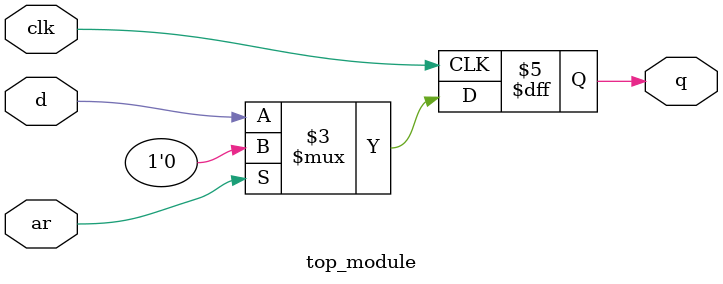
<source format=sv>
module top_module (
    input clk,
    input d,
    input ar,
    output logic q
);

always @(posedge clk) begin
    if (ar) begin
        q <= 1'b0;
    end else begin
        q <= d;
    end
end

endmodule

</source>
